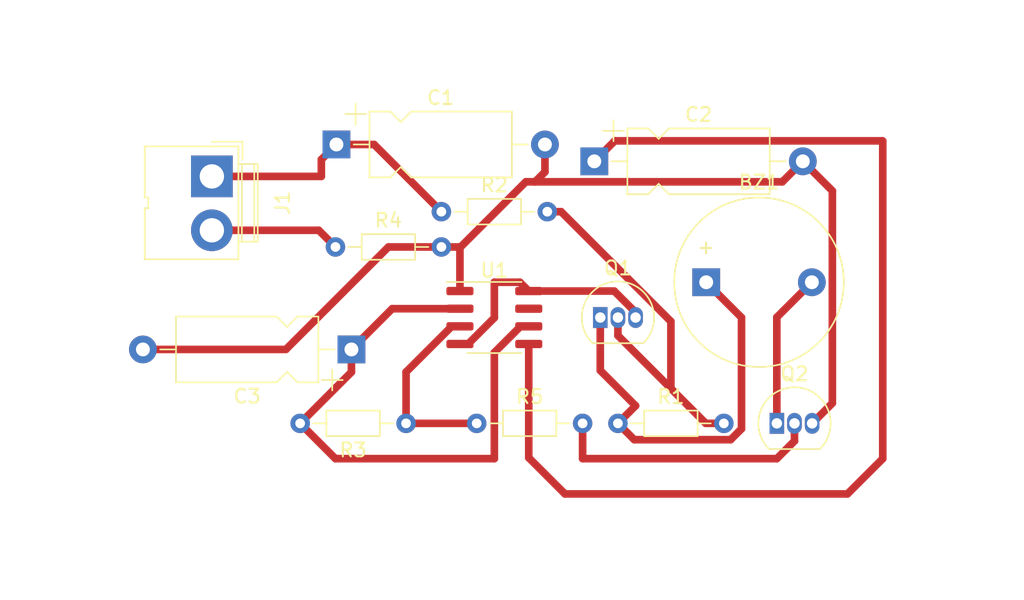
<source format=kicad_pcb>
(kicad_pcb (version 20211014) (generator pcbnew)
  (layers (0 "F.Cu" signal) (31 "B.Cu" signal) (34 "B.Paste" user) (35 "F.Paste" user) (36 "B.SilkS" user "B.Silkscreen") (37 "F.SilkS" user "F.Silkscreen") (38 "B.Mask" user) (39 "F.Mask" user) (44 "Edge.Cuts" user))
  (net 0 "")
  (net 1 "VCC")
  (net 2 "Net-(BZ1-Pad2)")
  (net 3 "Net-(R2-Pad1)")
  (net 4 "GND")
  (net 5 "Net-(C2-Pad1)")
  (net 6 "Net-(R3-Pad2)")
  (net 7 "Net-(J1-Pad2)")
  (net 8 "Net-(Q1-Pad2)")
  (net 9 "Net-(Q1-Pad3)")
  (net 10 "Net-(R5-Pad2)")
  (net 11 "Net-(R3-Pad1)")
  (footprint "Resistor_THT:R_Axial_DIN0204_L3.6mm_D1.6mm_P7.62mm_Horizontal" (layer "F.Cu") (at 143.51 101.6 180)
    (fp_text reference "R3" (at 3.81 -1.92) (layer "F.SilkS"))
    (fp_text value "33k")
    (fp_line (start 5.73 0.92) (end 5.73 -0.92) (layer "F.SilkS") (width 0.12))
    (fp_line (start 1.89 -0.92) (end 1.89 0.92) (layer "F.SilkS") (width 0.12))
    (fp_line (start 5.73 -0.92) (end 1.89 -0.92) (layer "F.SilkS") (width 0.12))
    (fp_line (start 6.68 0) (end 5.73 0) (layer "F.SilkS") (width 0.12))
    (fp_line (start 0.94 0) (end 1.89 0) (layer "F.SilkS") (width 0.12))
    (fp_line (start 1.89 0.92) (end 5.73 0.92) (layer "F.SilkS") (width 0.12))
    (pad "1" thru_hole circle (at 0 0 180) (size 1.4 1.4) (drill 0.7) (layers *.Cu *.Mask) (net 11 "Net-(R3-Pad1)"))
    (pad "2" thru_hole oval (at 7.62 0 180) (size 1.4 1.4) (drill 0.7) (layers *.Cu *.Mask) (net 6 "Net-(R3-Pad2)"))
  )
  (footprint "Resistor_THT:R_Axial_DIN0204_L3.6mm_D1.6mm_P7.62mm_Horizontal" (layer "F.Cu") (at 138.43 88.9)
    (fp_text reference "R4" (at 3.81 -1.92) (layer "F.SilkS"))
    (fp_text value "22k")
    (fp_line (start 0.94 0) (end 1.89 0) (layer "F.SilkS") (width 0.12))
    (fp_line (start 1.89 -0.92) (end 1.89 0.92) (layer "F.SilkS") (width 0.12))
    (fp_line (start 1.89 0.92) (end 5.73 0.92) (layer "F.SilkS") (width 0.12))
    (fp_line (start 5.73 -0.92) (end 1.89 -0.92) (layer "F.SilkS") (width 0.12))
    (fp_line (start 6.68 0) (end 5.73 0) (layer "F.SilkS") (width 0.12))
    (fp_line (start 5.73 0.92) (end 5.73 -0.92) (layer "F.SilkS") (width 0.12))
    (pad "1" thru_hole circle (at 0 0) (size 1.4 1.4) (drill 0.7) (layers *.Cu *.Mask) (net 7 "Net-(J1-Pad2)"))
    (pad "2" thru_hole oval (at 7.62 0) (size 1.4 1.4) (drill 0.7) (layers *.Cu *.Mask) (net 4 "GND"))
  )
  (footprint "Buzzer_Beeper:Buzzer_12x9.5RM7.6" (layer "F.Cu") (at 165.1 91.44)
    (fp_text reference "BZ1" (at 3.8 -7.2) (layer "F.SilkS"))
    (fp_text value "Buzzer")
    (fp_text user "+" (at -0.01 -2.54) (layer "F.SilkS"))
    (fp_circle (center 3.8 0) (end 9.9 0) (layer "F.SilkS") (width 0.12) (fill none))
    (pad "1" thru_hole rect (at 0 0) (size 2 2) (drill 1) (layers *.Cu *.Mask) (net 1 "VCC"))
    (pad "2" thru_hole circle (at 7.6 0) (size 2 2) (drill 1) (layers *.Cu *.Mask) (net 2 "Net-(BZ1-Pad2)"))
  )
  (footprint "Connector:JWT_A3963_1x02_P3.96mm_Vertical" (layer "F.Cu") (at 129.54 83.82 -90)
    (fp_text reference "J1" (at 1.91 -5.08 90) (layer "F.SilkS"))
    (fp_text value "Conn_01x02")
    (fp_line (start -0.89 -2.16) (end 4.7 -2.16) (layer "F.SilkS") (width 0.12))
    (fp_line (start 5.97 4.83) (end 5.97 0) (layer "F.SilkS") (width 0.12))
    (fp_line (start -0.89 -3.05) (end 4.7 -3.05) (layer "F.SilkS") (width 0.12))
    (fp_line (start 1.52 4.83) (end -2.16 4.83) (layer "F.SilkS") (width 0.12))
    (fp_line (start -0.89 -3.3) (end 4.7 -3.3) (layer "F.SilkS") (width 0.12))
    (fp_line (start 5.97 -1.91) (end 5.97 0) (layer "F.SilkS") (width 0.12))
    (fp_line (start -2.5 -2.2) (end -2.5 0) (layer "F.SilkS") (width 0.12))
    (fp_line (start -2.16 0) (end -2.16 4.83) (layer "F.SilkS") (width 0.12))
    (fp_line (start -1.2 -2.2) (end -2.5 -2.2) (layer "F.SilkS") (width 0.12))
    (fp_line (start 2.29 4.57) (end 2.29 4.83) (layer "F.SilkS") (width 0.12))
    (fp_line (start 1.52 4.57) (end 2.29 4.57) (layer "F.SilkS") (width 0.12))
    (fp_line (start -2.16 -1.91) (end 5.97 -1.91) (layer "F.SilkS") (width 0.12))
    (fp_line (start 2.29 4.83) (end 5.97 4.83) (layer "F.SilkS") (width 0.12))
    (fp_line (start -0.89 -1.91) (end -0.89 -3.3) (layer "F.SilkS") (width 0.12))
    (fp_line (start 1.52 4.83) (end 1.52 4.57) (layer "F.SilkS") (width 0.12))
    (fp_line (start -2.16 -1.91) (end -2.16 0) (layer "F.SilkS") (width 0.12))
    (fp_line (start 4.7 -1.91) (end 4.7 -3.3) (layer "F.SilkS") (width 0.12))
    (pad "1" thru_hole rect (at 0 0 270) (size 3 3) (drill 1.75) (layers *.Cu *.Mask) (net 3 "Net-(R2-Pad1)"))
    (pad "2" thru_hole circle (at 3.88 0 270) (size 3 3) (drill 1.75) (layers *.Cu *.Mask) (net 7 "Net-(J1-Pad2)"))
  )
  (footprint "Resistor_THT:R_Axial_DIN0204_L3.6mm_D1.6mm_P7.62mm_Horizontal" (layer "F.Cu") (at 146.05 86.36)
    (fp_text reference "R2" (at 3.81 -1.92) (layer "F.SilkS"))
    (fp_text value "100k")
    (fp_line (start 5.73 0.92) (end 5.73 -0.92) (layer "F.SilkS") (width 0.12))
    (fp_line (start 1.89 0.92) (end 5.73 0.92) (layer "F.SilkS") (width 0.12))
    (fp_line (start 0.94 0) (end 1.89 0) (layer "F.SilkS") (width 0.12))
    (fp_line (start 1.89 -0.92) (end 1.89 0.92) (layer "F.SilkS") (width 0.12))
    (fp_line (start 6.68 0) (end 5.73 0) (layer "F.SilkS") (width 0.12))
    (fp_line (start 5.73 -0.92) (end 1.89 -0.92) (layer "F.SilkS") (width 0.12))
    (pad "1" thru_hole circle (at 0 0) (size 1.4 1.4) (drill 0.7) (layers *.Cu *.Mask) (net 3 "Net-(R2-Pad1)"))
    (pad "2" thru_hole oval (at 7.62 0) (size 1.4 1.4) (drill 0.7) (layers *.Cu *.Mask) (net 8 "Net-(Q1-Pad2)"))
  )
  (footprint "Capacitor_THT:CP_Axial_L10.0mm_D4.5mm_P15.00mm_Horizontal" (layer "F.Cu") (at 139.58 96.2775 180)
    (fp_text reference "C3" (at 7.5 -3.37) (layer "F.SilkS"))
    (fp_text value "10nF")
    (fp_line (start 13.76 0) (end 12.62 0) (layer "F.SilkS") (width 0.12))
    (fp_line (start 2.38 -2.37) (end 2.38 2.37) (layer "F.SilkS") (width 0.12))
    (fp_line (start 2.38 -2.37) (end 3.88 -2.37) (layer "F.SilkS") (width 0.12))
    (fp_line (start 1.38 -2.95) (end 1.38 -1.45) (layer "F.SilkS") (width 0.12))
    (fp_line (start 3.88 2.37) (end 4.63 1.62) (layer "F.SilkS") (width 0.12))
    (fp_line (start 4.63 -1.62) (end 5.38 -2.37) (layer "F.SilkS") (width 0.12))
    (fp_line (start 1.24 0) (end 2.38 0) (layer "F.SilkS") (width 0.12))
    (fp_line (start 5.38 -2.37) (end 12.62 -2.37) (layer "F.SilkS") (width 0.12))
    (fp_line (start 2.38 2.37) (end 3.88 2.37) (layer "F.SilkS") (width 0.12))
    (fp_line (start 4.63 1.62) (end 5.38 2.37) (layer "F.SilkS") (width 0.12))
    (fp_line (start 12.62 -2.37) (end 12.62 2.37) (layer "F.SilkS") (width 0.12))
    (fp_line (start 5.38 2.37) (end 12.62 2.37) (layer "F.SilkS") (width 0.12))
    (fp_line (start 0.63 -2.2) (end 2.13 -2.2) (layer "F.SilkS") (width 0.12))
    (fp_line (start 3.88 -2.37) (end 4.63 -1.62) (layer "F.SilkS") (width 0.12))
    (pad "1" thru_hole rect (at 0 0 180) (size 2 2) (drill 1) (layers *.Cu *.Mask) (net 6 "Net-(R3-Pad2)"))
    (pad "2" thru_hole oval (at 15 0 180) (size 2 2) (drill 1) (layers *.Cu *.Mask) (net 4 "GND"))
  )
  (footprint "Resistor_THT:R_Axial_DIN0204_L3.6mm_D1.6mm_P7.62mm_Horizontal" (layer "F.Cu") (at 158.75 101.6)
    (fp_text reference "R1" (at 3.81 -1.92) (layer "F.SilkS"))
    (fp_text value "220k")
    (fp_line (start 5.73 0.92) (end 5.73 -0.92) (layer "F.SilkS") (width 0.12))
    (fp_line (start 6.68 0) (end 5.73 0) (layer "F.SilkS") (width 0.12))
    (fp_line (start 5.73 -0.92) (end 1.89 -0.92) (layer "F.SilkS") (width 0.12))
    (fp_line (start 1.89 0.92) (end 5.73 0.92) (layer "F.SilkS") (width 0.12))
    (fp_line (start 1.89 -0.92) (end 1.89 0.92) (layer "F.SilkS") (width 0.12))
    (fp_line (start 0.94 0) (end 1.89 0) (layer "F.SilkS") (width 0.12))
    (pad "1" thru_hole circle (at 0 0) (size 1.4 1.4) (drill 0.7) (layers *.Cu *.Mask) (net 1 "VCC"))
    (pad "2" thru_hole oval (at 7.62 0) (size 1.4 1.4) (drill 0.7) (layers *.Cu *.Mask) (net 8 "Net-(Q1-Pad2)"))
  )
  (footprint "Resistor_THT:R_Axial_DIN0204_L3.6mm_D1.6mm_P7.62mm_Horizontal" (layer "F.Cu") (at 148.59 101.6)
    (fp_text reference "R5" (at 3.81 -1.92) (layer "F.SilkS"))
    (fp_text value "1k")
    (fp_line (start 5.73 -0.92) (end 1.89 -0.92) (layer "F.SilkS") (width 0.12))
    (fp_line (start 0.94 0) (end 1.89 0) (layer "F.SilkS") (width 0.12))
    (fp_line (start 6.68 0) (end 5.73 0) (layer "F.SilkS") (width 0.12))
    (fp_line (start 1.89 0.92) (end 5.73 0.92) (layer "F.SilkS") (width 0.12))
    (fp_line (start 5.73 0.92) (end 5.73 -0.92) (layer "F.SilkS") (width 0.12))
    (fp_line (start 1.89 -0.92) (end 1.89 0.92) (layer "F.SilkS") (width 0.12))
    (pad "1" thru_hole circle (at 0 0) (size 1.4 1.4) (drill 0.7) (layers *.Cu *.Mask) (net 11 "Net-(R3-Pad1)"))
    (pad "2" thru_hole oval (at 7.62 0) (size 1.4 1.4) (drill 0.7) (layers *.Cu *.Mask) (net 10 "Net-(R5-Pad2)"))
  )
  (footprint "Package_TO_SOT_THT:TO-92_Inline" (layer "F.Cu") (at 157.48 93.98)
    (fp_text reference "Q1" (at 1.27 -3.56) (layer "F.SilkS"))
    (fp_text value "BC557")
    (fp_line (start -0.53 1.85) (end 3.07 1.85) (layer "F.SilkS") (width 0.12))
    (fp_arc (start -0.568478 1.838478) (mid -1.132087 -0.994977) (end 1.27 -2.6) (layer "F.SilkS") (width 0.12))
    (fp_arc (start 1.27 -2.6) (mid 3.672087 -0.994977) (end 3.108478 1.838478) (layer "F.SilkS") (width 0.12))
    (pad "1" thru_hole rect (at 0 0) (size 1.05 1.5) (drill 0.75) (layers *.Cu *.Mask) (net 1 "VCC"))
    (pad "2" thru_hole oval (at 1.27 0) (size 1.05 1.5) (drill 0.75) (layers *.Cu *.Mask) (net 8 "Net-(Q1-Pad2)"))
    (pad "3" thru_hole oval (at 2.54 0) (size 1.05 1.5) (drill 0.75) (layers *.Cu *.Mask) (net 9 "Net-(Q1-Pad3)"))
  )
  (footprint "Package_SO:SOIC-8_3.9x4.9mm_P1.27mm" (layer "F.Cu") (at 149.86 93.98)
    (fp_text reference "U1" (at 0 -3.4) (layer "F.SilkS"))
    (fp_text value "LM555xM")
    (fp_line (start 0 -2.56) (end 1.95 -2.56) (layer "F.SilkS") (width 0.12))
    (fp_line (start 0 2.56) (end -1.95 2.56) (layer "F.SilkS") (width 0.12))
    (fp_line (start 0 2.56) (end 1.95 2.56) (layer "F.SilkS") (width 0.12))
    (fp_line (start 0 -2.56) (end -3.45 -2.56) (layer "F.SilkS") (width 0.12))
    (pad "1" smd roundrect (at -2.475 -1.905) (size 1.95 0.6) (layers "F.Cu" "F.Paste" "F.Mask") (net 4 "GND"))
    (pad "2" smd roundrect (at -2.475 -0.635) (size 1.95 0.6) (layers "F.Cu" "F.Paste" "F.Mask") (net 6 "Net-(R3-Pad2)"))
    (pad "3" smd roundrect (at -2.475 0.635) (size 1.95 0.6) (layers "F.Cu" "F.Paste" "F.Mask") (net 11 "Net-(R3-Pad1)"))
    (pad "4" smd roundrect (at -2.475 1.905) (size 1.95 0.6) (layers "F.Cu" "F.Paste" "F.Mask") (net 9 "Net-(Q1-Pad3)"))
    (pad "5" smd roundrect (at 2.475 1.905) (size 1.95 0.6) (layers "F.Cu" "F.Paste" "F.Mask") (net 5 "Net-(C2-Pad1)"))
    (pad "6" smd roundrect (at 2.475 0.635) (size 1.95 0.6) (layers "F.Cu" "F.Paste" "F.Mask") (net 6 "Net-(R3-Pad2)"))
    (pad "7" smd roundrect (at 2.475 -0.635) (size 1.95 0.6) (layers "F.Cu" "F.Paste" "F.Mask"))
    (pad "8" smd roundrect (at 2.475 -1.905) (size 1.95 0.6) (layers "F.Cu" "F.Paste" "F.Mask") (net 9 "Net-(Q1-Pad3)"))
  )
  (footprint "Capacitor_THT:CP_Axial_L10.0mm_D4.5mm_P15.00mm_Horizontal" (layer "F.Cu") (at 157.05 82.735)
    (fp_text reference "C2" (at 7.5 -3.37) (layer "F.SilkS"))
    (fp_text value "10nF")
    (fp_line (start 4.63 -1.62) (end 5.38 -2.37) (layer "F.SilkS") (width 0.12))
    (fp_line (start 1.24 0) (end 2.38 0) (layer "F.SilkS") (width 0.12))
    (fp_line (start 3.88 -2.37) (end 4.63 -1.62) (layer "F.SilkS") (width 0.12))
    (fp_line (start 4.63 1.62) (end 5.38 2.37) (layer "F.SilkS") (width 0.12))
    (fp_line (start 3.88 2.37) (end 4.63 1.62) (layer "F.SilkS") (width 0.12))
    (fp_line (start 2.38 -2.37) (end 2.38 2.37) (layer "F.SilkS") (width 0.12))
    (fp_line (start 5.38 -2.37) (end 12.62 -2.37) (layer "F.SilkS") (width 0.12))
    (fp_line (start 2.38 2.37) (end 3.88 2.37) (layer "F.SilkS") (width 0.12))
    (fp_line (start 12.62 -2.37) (end 12.62 2.37) (layer "F.SilkS") (width 0.12))
    (fp_line (start 0.63 -2.2) (end 2.13 -2.2) (layer "F.SilkS") (width 0.12))
    (fp_line (start 1.38 -2.95) (end 1.38 -1.45) (layer "F.SilkS") (width 0.12))
    (fp_line (start 5.38 2.37) (end 12.62 2.37) (layer "F.SilkS") (width 0.12))
    (fp_line (start 13.76 0) (end 12.62 0) (layer "F.SilkS") (width 0.12))
    (fp_line (start 2.38 -2.37) (end 3.88 -2.37) (layer "F.SilkS") (width 0.12))
    (pad "1" thru_hole rect (at 0 0) (size 2 2) (drill 1) (layers *.Cu *.Mask) (net 5 "Net-(C2-Pad1)"))
    (pad "2" thru_hole oval (at 15 0) (size 2 2) (drill 1) (layers *.Cu *.Mask) (net 4 "GND"))
  )
  (footprint "Package_TO_SOT_THT:TO-92_Inline" (layer "F.Cu") (at 170.18 101.6)
    (fp_text reference "Q2" (at 1.27 -3.56) (layer "F.SilkS"))
    (fp_text value "BC547")
    (fp_line (start -0.53 1.85) (end 3.07 1.85) (layer "F.SilkS") (width 0.12))
    (fp_arc (start 1.27 -2.6) (mid 3.672087 -0.994977) (end 3.108478 1.838478) (layer "F.SilkS") (width 0.12))
    (fp_arc (start -0.568478 1.838478) (mid -1.132087 -0.994977) (end 1.27 -2.6) (layer "F.SilkS") (width 0.12))
    (pad "1" thru_hole rect (at 0 0) (size 1.05 1.5) (drill 0.75) (layers *.Cu *.Mask) (net 2 "Net-(BZ1-Pad2)"))
    (pad "2" thru_hole oval (at 1.27 0) (size 1.05 1.5) (drill 0.75) (layers *.Cu *.Mask) (net 10 "Net-(R5-Pad2)"))
    (pad "3" thru_hole oval (at 2.54 0) (size 1.05 1.5) (drill 0.75) (layers *.Cu *.Mask) (net 4 "GND"))
  )
  (footprint "Capacitor_THT:CP_Axial_L10.0mm_D4.5mm_P15.00mm_Horizontal" (layer "F.Cu") (at 138.5 81.5225)
    (fp_text reference "C1" (at 7.5 -3.37) (layer "F.SilkS"))
    (fp_text value "100uF")
    (fp_line (start 12.62 -2.37) (end 12.62 2.37) (layer "F.SilkS") (width 0.12))
    (fp_line (start 4.63 -1.62) (end 5.38 -2.37) (layer "F.SilkS") (width 0.12))
    (fp_line (start 5.38 2.37) (end 12.62 2.37) (layer "F.SilkS") (width 0.12))
    (fp_line (start 1.38 -2.95) (end 1.38 -1.45) (layer "F.SilkS") (width 0.12))
    (fp_line (start 1.24 0) (end 2.38 0) (layer "F.SilkS") (width 0.12))
    (fp_line (start 4.63 1.62) (end 5.38 2.37) (layer "F.SilkS") (width 0.12))
    (fp_line (start 2.38 -2.37) (end 3.88 -2.37) (layer "F.SilkS") (width 0.12))
    (fp_line (start 2.38 -2.37) (end 2.38 2.37) (layer "F.SilkS") (width 0.12))
    (fp_line (start 5.38 -2.37) (end 12.62 -2.37) (layer "F.SilkS") (width 0.12))
    (fp_line (start 13.76 0) (end 12.62 0) (layer "F.SilkS") (width 0.12))
    (fp_line (start 0.63 -2.2) (end 2.13 -2.2) (layer "F.SilkS") (width 0.12))
    (fp_line (start 3.88 2.37) (end 4.63 1.62) (layer "F.SilkS") (width 0.12))
    (fp_line (start 2.38 2.37) (end 3.88 2.37) (layer "F.SilkS") (width 0.12))
    (fp_line (start 3.88 -2.37) (end 4.63 -1.62) (layer "F.SilkS") (width 0.12))
    (pad "1" thru_hole rect (at 0 0) (size 2 2) (drill 1) (layers *.Cu *.Mask) (net 3 "Net-(R2-Pad1)"))
    (pad "2" thru_hole oval (at 15 0) (size 2 2) (drill 1) (layers *.Cu *.Mask) (net 4 "GND"))
  )
  (segment (start 158.75 101.6) (end 159.924511 102.774511) (width 0.55) (layer "F.Cu") (net 1))
  (segment (start 159.924511 102.774511) (end 166.856499 102.774511) (width 0.55) (layer "F.Cu") (net 1))
  (segment (start 157.48 93.98) (end 157.48 97.79) (width 0.55) (layer "F.Cu") (net 1))
  (segment (start 166.856499 102.774511) (end 167.64 101.99101) (width 0.55) (layer "F.Cu") (net 1))
  (segment (start 158.75 101.6) (end 160.02 100.33) (width 0.55) (layer "F.Cu") (net 1))
  (segment (start 167.64 101.99101) (end 167.64 93.98) (width 0.55) (layer "F.Cu") (net 1))
  (segment (start 167.64 93.98) (end 165.1 91.44) (width 0.55) (layer "F.Cu") (net 1))
  (segment (start 157.48 97.79) (end 160.02 100.33) (width 0.55) (layer "F.Cu") (net 1))
  (segment (start 170.18 93.96) (end 170.18 101.6) (width 0.55) (layer "F.Cu") (net 2))
  (segment (start 172.7 91.44) (end 170.18 93.96) (width 0.55) (layer "F.Cu") (net 2))
  (segment (start 137.415 83.82) (end 137.415 82.6075) (width 0.55) (layer "F.Cu") (net 3))
  (segment (start 138.5 81.5225) (end 141.2125 81.5225) (width 0.55) (layer "F.Cu") (net 3))
  (segment (start 141.2125 81.5225) (end 146.05 86.36) (width 0.55) (layer "F.Cu") (net 3))
  (segment (start 129.54 83.82) (end 137.415 83.82) (width 0.55) (layer "F.Cu") (net 3))
  (segment (start 137.415 82.6075) (end 138.5 81.5225) (width 0.55) (layer "F.Cu") (net 3))
  (segment (start 172.72 101.6) (end 174.174511 100.145489) (width 0.55) (layer "F.Cu") (net 4))
  (segment (start 147.385 92.075) (end 147.385 88.95) (width 0.55) (layer "F.Cu") (net 4))
  (segment (start 124.58 96.2775) (end 134.8625 96.2775) (width 0.55) (layer "F.Cu") (net 4))
  (segment (start 147.385 88.95) (end 147.335 88.9) (width 0.55) (layer "F.Cu") (net 4))
  (segment (start 134.8625 96.2775) (end 142.24 88.9) (width 0.55) (layer "F.Cu") (net 4))
  (segment (start 146.05 88.9) (end 147.335 88.9) (width 0.55) (layer "F.Cu") (net 4))
  (segment (start 170.575489 84.209511) (end 172.05 82.735) (width 0.55) (layer "F.Cu") (net 4))
  (segment (start 174.174511 84.859511) (end 172.05 82.735) (width 0.55) (layer "F.Cu") (net 4))
  (segment (start 152.789511 84.209511) (end 170.575489 84.209511) (width 0.55) (layer "F.Cu") (net 4))
  (segment (start 153.5 83.499022) (end 152.789511 84.209511) (width 0.55) (layer "F.Cu") (net 4))
  (segment (start 174.174511 100.145489) (end 174.174511 84.859511) (width 0.55) (layer "F.Cu") (net 4))
  (segment (start 142.24 88.9) (end 146.05 88.9) (width 0.55) (layer "F.Cu") (net 4))
  (segment (start 147.385 88.95) (end 152.125489 84.209511) (width 0.55) (layer "F.Cu") (net 4))
  (segment (start 152.125489 84.209511) (end 152.789511 84.209511) (width 0.55) (layer "F.Cu") (net 4))
  (segment (start 153.5 81.5225) (end 153.5 83.499022) (width 0.55) (layer "F.Cu") (net 4))
  (segment (start 154.94 106.68) (end 175.26 106.68) (width 0.55) (layer "F.Cu") (net 5))
  (segment (start 152.335 95.885) (end 152.335 104.075) (width 0.55) (layer "F.Cu") (net 5))
  (segment (start 177.780489 81.260489) (end 158.524511 81.260489) (width 0.55) (layer "F.Cu") (net 5))
  (segment (start 177.8 81.28) (end 177.780489 81.260489) (width 0.55) (layer "F.Cu") (net 5))
  (segment (start 175.26 106.68) (end 177.8 104.14) (width 0.55) (layer "F.Cu") (net 5))
  (segment (start 158.524511 81.260489) (end 157.05 82.735) (width 0.55) (layer "F.Cu") (net 5))
  (segment (start 152.335 104.075) (end 154.94 106.68) (width 0.55) (layer "F.Cu") (net 5))
  (segment (start 177.8 104.14) (end 177.8 81.28) (width 0.55) (layer "F.Cu") (net 5))
  (segment (start 142.5125 93.345) (end 147.385 93.345) (width 0.55) (layer "F.Cu") (net 6))
  (segment (start 149.86 96.501796) (end 151.746796 94.615) (width 0.55) (layer "F.Cu") (net 6))
  (segment (start 139.58 97.91) (end 135.89 101.6) (width 0.55) (layer "F.Cu") (net 6))
  (segment (start 139.58 96.2775) (end 142.5125 93.345) (width 0.55) (layer "F.Cu") (net 6))
  (segment (start 151.746796 94.615) (end 152.335 94.615) (width 0.55) (layer "F.Cu") (net 6))
  (segment (start 135.89 101.6) (end 138.43 104.14) (width 0.55) (layer "F.Cu") (net 6))
  (segment (start 149.86 104.14) (end 149.86 96.501796) (width 0.55) (layer "F.Cu") (net 6))
  (segment (start 138.43 104.14) (end 149.86 104.14) (width 0.55) (layer "F.Cu") (net 6))
  (segment (start 139.58 96.2775) (end 139.58 97.91) (width 0.55) (layer "F.Cu") (net 6))
  (segment (start 137.23 87.7) (end 138.43 88.9) (width 0.55) (layer "F.Cu") (net 7))
  (segment (start 129.54 87.7) (end 137.23 87.7) (width 0.55) (layer "F.Cu") (net 7))
  (segment (start 158.75 95.28) (end 165.07 101.6) (width 0.55) (layer "F.Cu") (net 8))
  (segment (start 153.67 86.36) (end 154.659949 86.36) (width 0.55) (layer "F.Cu") (net 8))
  (segment (start 158.75 93.98) (end 158.75 95.28) (width 0.55) (layer "F.Cu") (net 8))
  (segment (start 165.07 101.6) (end 166.37 101.6) (width 0.55) (layer "F.Cu") (net 8))
  (segment (start 154.659949 86.36) (end 162.56 94.260051) (width 0.55) (layer "F.Cu") (net 8))
  (segment (start 162.56 94.260051) (end 162.56 99.06) (width 0.55) (layer "F.Cu") (net 8))
  (segment (start 151.7 91.44) (end 152.335 92.075) (width 0.55) (layer "F.Cu") (net 9))
  (segment (start 149.86 91.44) (end 151.7 91.44) (width 0.55) (layer "F.Cu") (net 9))
  (segment (start 149.86 93.998204) (end 149.86 91.44) (width 0.55) (layer "F.Cu") (net 9))
  (segment (start 147.385 95.885) (end 147.973204 95.885) (width 0.55) (layer "F.Cu") (net 9))
  (segment (start 158.483534 92.075) (end 152.335 92.075) (width 0.55) (layer "F.Cu") (net 9))
  (segment (start 160.02 93.98) (end 160.02 93.611466) (width 0.55) (layer "F.Cu") (net 9))
  (segment (start 160.02 93.611466) (end 158.483534 92.075) (width 0.55) (layer "F.Cu") (net 9))
  (segment (start 147.973204 95.885) (end 149.86 93.998204) (width 0.55) (layer "F.Cu") (net 9))
  (segment (start 170.18 104.14) (end 171.45 102.87) (width 0.55) (layer "F.Cu") (net 10))
  (segment (start 171.45 102.87) (end 171.45 101.6) (width 0.55) (layer "F.Cu") (net 10))
  (segment (start 156.21 101.6) (end 156.21 104.14) (width 0.55) (layer "F.Cu") (net 10))
  (segment (start 156.21 104.14) (end 170.18 104.14) (width 0.55) (layer "F.Cu") (net 10))
  (segment (start 147.385 94.615) (end 146.796796 94.615) (width 0.55) (layer "F.Cu") (net 11))
  (segment (start 143.51 97.901796) (end 143.51 101.6) (width 0.55) (layer "F.Cu") (net 11))
  (segment (start 143.51 101.6) (end 148.59 101.6) (width 0.55) (layer "F.Cu") (net 11))
  (segment (start 146.796796 94.615) (end 143.51 97.901796) (width 0.55) (layer "F.Cu") (net 11))
)
</source>
